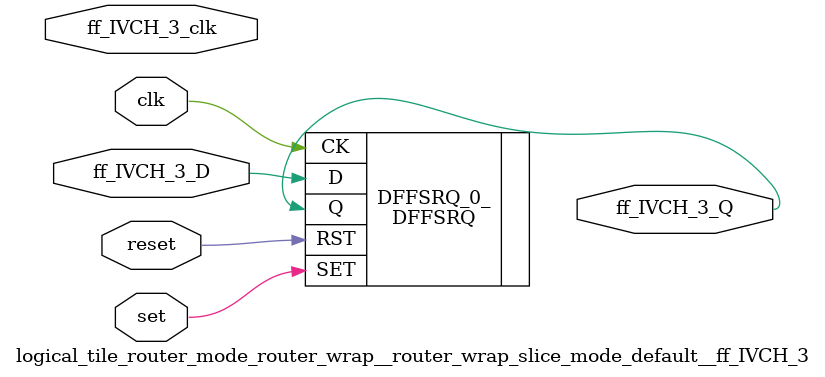
<source format=v>
`default_nettype none

module logical_tile_router_mode_router_wrap__router_wrap_slice_mode_default__ff_IVCH_3(set,
                                                                                       reset,
                                                                                       clk,
                                                                                       ff_IVCH_3_D,
                                                                                       ff_IVCH_3_Q,
                                                                                       ff_IVCH_3_clk);
//----- GLOBAL PORTS -----
input [0:0] set;
//----- GLOBAL PORTS -----
input [0:0] reset;
//----- GLOBAL PORTS -----
input [0:0] clk;
//----- INPUT PORTS -----
input [0:0] ff_IVCH_3_D;
//----- OUTPUT PORTS -----
output [0:0] ff_IVCH_3_Q;
//----- CLOCK PORTS -----
input [0:0] ff_IVCH_3_clk;

//----- BEGIN wire-connection ports -----
wire [0:0] ff_IVCH_3_D;
wire [0:0] ff_IVCH_3_Q;
wire [0:0] ff_IVCH_3_clk;
//----- END wire-connection ports -----


//----- BEGIN Registered ports -----
//----- END Registered ports -----



// ----- BEGIN Local short connections -----
// ----- END Local short connections -----
// ----- BEGIN Local output short connections -----
// ----- END Local output short connections -----

	DFFSRQ DFFSRQ_0_ (
		.SET(set),
		.RST(reset),
		.CK(clk),
		.D(ff_IVCH_3_D),
		.Q(ff_IVCH_3_Q));

endmodule
// ----- END Verilog module for logical_tile_router_mode_router_wrap__router_wrap_slice_mode_default__ff_IVCH_3 -----

//----- Default net type -----
`default_nettype wire




</source>
